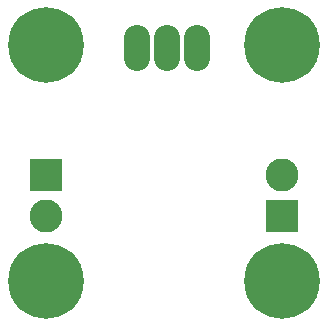
<source format=gbs>
G04 #@! TF.FileFunction,Soldermask,Bot*
%FSLAX46Y46*%
G04 Gerber Fmt 4.6, Leading zero omitted, Abs format (unit mm)*
G04 Created by KiCad (PCBNEW 4.0.2-stable) date 04/06/2016 14:34:18*
%MOMM*%
G01*
G04 APERTURE LIST*
%ADD10C,0.100000*%
%ADD11O,2.200860X3.900120*%
%ADD12C,6.400000*%
%ADD13C,2.800000*%
%ADD14R,2.800000X2.800000*%
G04 APERTURE END LIST*
D10*
D11*
X146210000Y-95250000D03*
X148750000Y-95250000D03*
X151290000Y-95250000D03*
D12*
X138500000Y-115000000D03*
X158500000Y-115000000D03*
X158500000Y-95000000D03*
X138500000Y-95000000D03*
D13*
X138500000Y-109500000D03*
D14*
X138500000Y-106000000D03*
D13*
X158500000Y-106000000D03*
D14*
X158500000Y-109500000D03*
M02*

</source>
